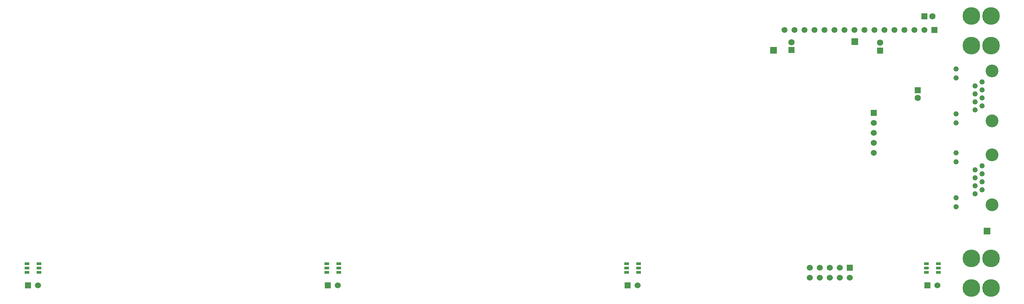
<source format=gbs>
G04 #@! TF.FileFunction,Soldermask,Bot*
%FSLAX46Y46*%
G04 Gerber Fmt 4.6, Leading zero omitted, Abs format (unit mm)*
G04 Created by KiCad (PCBNEW (2014-jul-16 BZR unknown)-product) date Seg 08 Dez 2014 18:41:33 BRST*
%MOMM*%
G01*
G04 APERTURE LIST*
%ADD10C,0.152400*%
%ADD11C,1.600000*%
%ADD12R,1.600000X1.600000*%
%ADD13C,4.500000*%
%ADD14R,1.524000X1.524000*%
%ADD15C,1.524000*%
%ADD16C,1.320800*%
%ADD17C,3.251200*%
%ADD18C,1.500000*%
%ADD19R,1.500000X1.500000*%
%ADD20R,1.300000X0.700000*%
%ADD21R,1.700000X1.700000*%
G04 APERTURE END LIST*
D10*
D11*
X227838000Y-23352000D03*
D12*
X227838000Y-21352000D03*
D11*
X218236800Y-9287000D03*
D12*
X218236800Y-11287000D03*
D11*
X195707000Y-9160000D03*
D12*
X195707000Y-11160000D03*
D11*
X231505000Y-2540000D03*
D12*
X229505000Y-2540000D03*
D13*
X246390800Y-2523800D03*
X246390800Y-10023800D03*
X241390800Y-2523800D03*
X241390800Y-10023800D03*
X246390800Y-64131500D03*
X246390800Y-71631500D03*
X241390800Y-64131500D03*
X241390800Y-71631500D03*
D14*
X230268780Y-70967600D03*
D15*
X232808780Y-70967600D03*
D14*
X154068780Y-70967600D03*
D15*
X156608780Y-70967600D03*
D14*
X77868780Y-70967600D03*
D15*
X80408780Y-70967600D03*
D14*
X1668780Y-70967600D03*
D15*
X4208780Y-70967600D03*
D16*
X237528100Y-15989300D03*
X237528100Y-18275300D03*
X237528100Y-27419300D03*
X237528100Y-29705300D03*
X242354100Y-26403300D03*
X242354100Y-24371300D03*
X242354100Y-22339300D03*
X242354100Y-20307300D03*
X244132100Y-23355300D03*
X244132100Y-21323300D03*
X244132100Y-25387300D03*
X244132100Y-19291300D03*
D17*
X246672100Y-16497300D03*
X246672100Y-29197300D03*
D16*
X237528100Y-37325300D03*
X237528100Y-39611300D03*
X237528100Y-48755300D03*
X237528100Y-51041300D03*
X242354100Y-47739300D03*
X242354100Y-45707300D03*
X242354100Y-43675300D03*
X242354100Y-41643300D03*
X244132100Y-44691300D03*
X244132100Y-42659300D03*
X244132100Y-46723300D03*
X244132100Y-40627300D03*
D17*
X246672100Y-37833300D03*
X246672100Y-50533300D03*
D18*
X196480000Y-6028000D03*
X193940000Y-6028000D03*
X206640000Y-6028000D03*
X204100000Y-6028000D03*
X201560000Y-6028000D03*
X214260000Y-6028000D03*
X211720000Y-6028000D03*
X209180000Y-6028000D03*
X224420000Y-6028000D03*
X221880000Y-6028000D03*
X219340000Y-6028000D03*
D19*
X232040000Y-6028000D03*
D18*
X229500000Y-6028000D03*
X199020000Y-6028000D03*
X226960000Y-6028000D03*
X216800000Y-6028000D03*
D20*
X233088780Y-65448000D03*
X233088780Y-66548000D03*
X233088780Y-67648000D03*
X229988780Y-67648000D03*
X229988780Y-66548000D03*
X229988780Y-65448000D03*
X156888780Y-65448000D03*
X156888780Y-66548000D03*
X156888780Y-67648000D03*
X153788780Y-67648000D03*
X153788780Y-66548000D03*
X153788780Y-65448000D03*
X80688780Y-65448000D03*
X80688780Y-66548000D03*
X80688780Y-67648000D03*
X77588780Y-67648000D03*
X77588780Y-66548000D03*
X77588780Y-65448000D03*
X4488780Y-65448000D03*
X4488780Y-66548000D03*
X4488780Y-67648000D03*
X1388780Y-67648000D03*
X1388780Y-66548000D03*
X1388780Y-65448000D03*
D14*
X216623900Y-27101800D03*
D15*
X216623900Y-29641800D03*
X216623900Y-32181800D03*
X216623900Y-34721800D03*
D18*
X216623900Y-37261800D03*
D14*
X210502500Y-66535300D03*
D15*
X210502500Y-69075300D03*
X207962500Y-66535300D03*
X207962500Y-69075300D03*
X205422500Y-66535300D03*
X205422500Y-69075300D03*
X202882500Y-66535300D03*
X202882500Y-69075300D03*
X200342500Y-66535300D03*
X200342500Y-69075300D03*
D21*
X191135000Y-11176000D03*
X211759800Y-9017000D03*
X245389400Y-57200800D03*
M02*

</source>
